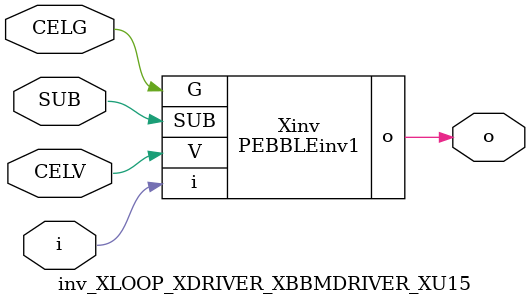
<source format=v>



module PEBBLEinv1 ( o, G, SUB, V, i );

  input V;
  input i;
  input G;
  output o;
  input SUB;
endmodule

//Celera Confidential Do Not Copy inv_XLOOP_XDRIVER_XBBMDRIVER_XU15
//Celera Confidential Symbol Generator
//5V Inverter
module inv_XLOOP_XDRIVER_XBBMDRIVER_XU15 (CELV,CELG,i,o,SUB);
input CELV;
input CELG;
input i;
input SUB;
output o;

//Celera Confidential Do Not Copy inv
PEBBLEinv1 Xinv(
.V (CELV),
.i (i),
.o (o),
.SUB (SUB),
.G (CELG)
);
//,diesize,PEBBLEinv1

//Celera Confidential Do Not Copy Module End
//Celera Schematic Generator
endmodule

</source>
